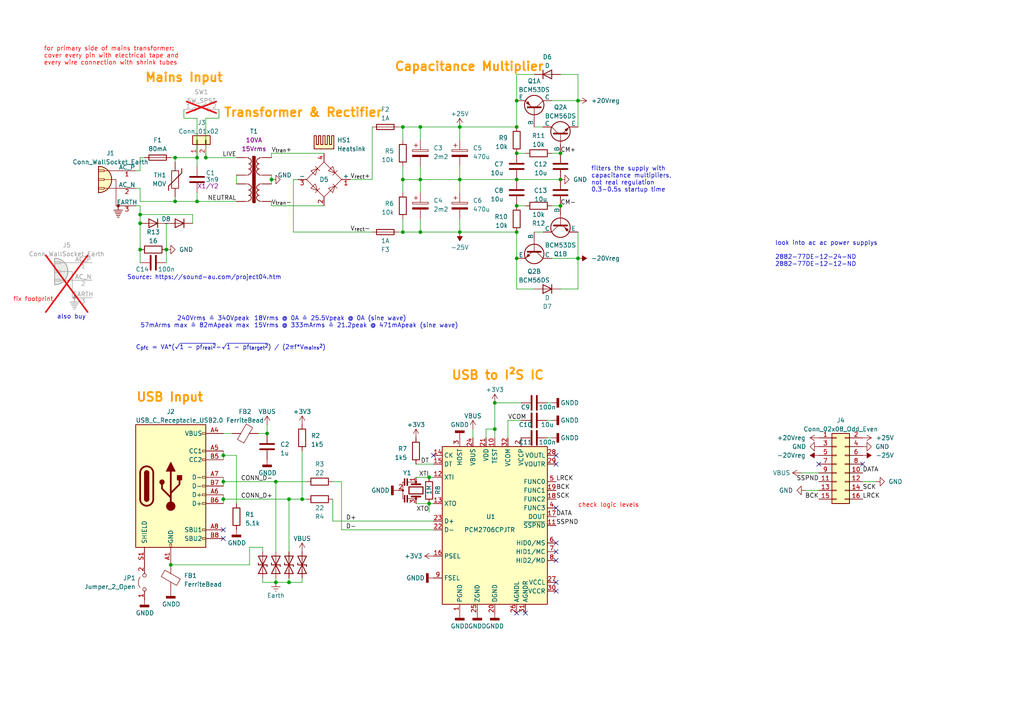
<source format=kicad_sch>
(kicad_sch (version 20230121) (generator eeschema)
  (paper "A4")
  (title_block (title "Power Supply for USB DAC") (date "2023-03-25") (rev "1"))
  (lib_symbols
    (symbol "Connector:Conn_WallSocket_Earth" (pin_names (offset 0))
      (property "Reference" "J" (at 3.81 6.985 0))
      (property "Value" "Conn_WallSocket_Earth" (at 7.62 2.54 90))
      (symbol "Conn_WallSocket_Earth_1_1"
        (pin power_in line (at -5.08 5.08 0) (length 5.08) (name "AC_P") (number "1"))
        (pin power_in line (at -5.08 0 0) (length 5.08) (name "AC_N") (number "2"))
        (pin passive line (at -5.08 -5.08 0) (length 5.08) (name "EARTH") (number "3"))
      )
    )
    (symbol "Connector:USB_C_Receptacle_USB2.0" (pin_names (offset 1.016))
      (property "Reference" "J" (at -10.16 19.05 0))
      (property "Value" "USB_C_Receptacle_USB2.0" (at 19.05 19.05 0))
      (symbol "USB_C_Receptacle_USB2.0_1_1"
        (pin passive line (at 0 -22.86 90) (length 5.08) (name "GND") (number "A1"))
        (pin passive line (at 0 -22.86 90) (length 5.08) hide (name "GND") (number "A12"))
        (pin passive line (at 15.24 15.24 180) (length 5.08) (name "VBUS") (number "A4"))
        (pin bidirectional line (at 15.24 10.16 180) (length 5.08) (name "CC1") (number "A5"))
        (pin bidirectional line (at 15.24 -2.54 180) (length 5.08) (name "D+") (number "A6"))
        (pin bidirectional line (at 15.24 2.54 180) (length 5.08) (name "D-") (number "A7"))
        (pin bidirectional line (at 15.24 -12.7 180) (length 5.08) (name "SBU1") (number "A8"))
        (pin passive line (at 15.24 15.24 180) (length 5.08) hide (name "VBUS") (number "A9"))
        (pin passive line (at 0 -22.86 90) (length 5.08) hide (name "GND") (number "B1"))
        (pin passive line (at 0 -22.86 90) (length 5.08) hide (name "GND") (number "B12"))
        (pin passive line (at 15.24 15.24 180) (length 5.08) hide (name "VBUS") (number "B4"))
        (pin bidirectional line (at 15.24 7.62 180) (length 5.08) (name "CC2") (number "B5"))
        (pin bidirectional line (at 15.24 -5.08 180) (length 5.08) (name "D+") (number "B6"))
        (pin bidirectional line (at 15.24 0 180) (length 5.08) (name "D-") (number "B7"))
        (pin bidirectional line (at 15.24 -15.24 180) (length 5.08) (name "SBU2") (number "B8"))
        (pin passive line (at 15.24 15.24 180) (length 5.08) hide (name "VBUS") (number "B9"))
        (pin passive line (at -7.62 -22.86 90) (length 5.08) (name "SHIELD") (number "S1"))
      )
    )
    (symbol "Connector_Generic:Conn_01x02" (pin_names (offset 1.016) hide)
      (property "Reference" "J" (at 0 2.54 0))
      (property "Value" "Conn_01x02" (at 0 -5.08 0))
      (symbol "Conn_01x02_1_1"
        (pin passive line (at -5.08 0 0) (length 3.81) (name "Pin_1") (number "1"))
        (pin passive line (at -5.08 -2.54 0) (length 3.81) (name "Pin_2") (number "2"))
      )
    )
    (symbol "Connector_Generic:Conn_02x08_Odd_Even" (pin_names (offset 1.016) hide)
      (property "Reference" "J" (at 1.27 10.16 0))
      (property "Value" "Conn_02x08_Odd_Even" (at 1.27 -12.7 0))
      (symbol "Conn_02x08_Odd_Even_1_1"
        (pin passive line (at -5.08 7.62 0) (length 3.81) (name "Pin_1") (number "1"))
        (pin passive line (at 7.62 -2.54 180) (length 3.81) (name "Pin_10") (number "10"))
        (pin passive line (at -5.08 -5.08 0) (length 3.81) (name "Pin_11") (number "11"))
        (pin passive line (at 7.62 -5.08 180) (length 3.81) (name "Pin_12") (number "12"))
        (pin passive line (at -5.08 -7.62 0) (length 3.81) (name "Pin_13") (number "13"))
        (pin passive line (at 7.62 -7.62 180) (length 3.81) (name "Pin_14") (number "14"))
        (pin passive line (at -5.08 -10.16 0) (length 3.81) (name "Pin_15") (number "15"))
        (pin passive line (at 7.62 -10.16 180) (length 3.81) (name "Pin_16") (number "16"))
        (pin passive line (at 7.62 7.62 180) (length 3.81) (name "Pin_2") (number "2"))
        (pin passive line (at -5.08 5.08 0) (length 3.81) (name "Pin_3") (number "3"))
        (pin passive line (at 7.62 5.08 180) (length 3.81) (name "Pin_4") (number "4"))
        (pin passive line (at -5.08 2.54 0) (length 3.81) (name "Pin_5") (number "5"))
        (pin passive line (at 7.62 2.54 180) (length 3.81) (name "Pin_6") (number "6"))
        (pin passive line (at -5.08 0 0) (length 3.81) (name "Pin_7") (number "7"))
        (pin passive line (at 7.62 0 180) (length 3.81) (name "Pin_8") (number "8"))
        (pin passive line (at -5.08 -2.54 0) (length 3.81) (name "Pin_9") (number "9"))
      )
    )
    (symbol "Device:C" (pin_numbers hide) (pin_names (offset 0.254))
      (property "Reference" "C" (at 0.635 2.54 0))
      (property "Value" "C" (at 0.635 -2.54 0))
      (symbol "C_1_1"
        (pin passive line (at 0 3.81 270) (length 2.794) (name "~") (number "1"))
        (pin passive line (at 0 -3.81 90) (length 2.794) (name "~") (number "2"))
      )
    )
    (symbol "Device:C_Polarized" (pin_numbers hide) (pin_names (offset 0.254))
      (property "Reference" "C" (at 0.635 2.54 0))
      (property "Value" "C_Polarized" (at 0.635 -2.54 0))
      (symbol "C_Polarized_1_1"
        (pin passive line (at 0 3.81 270) (length 2.794) (name "~") (number "1"))
        (pin passive line (at 0 -3.81 90) (length 2.794) (name "~") (number "2"))
      )
    )
    (symbol "Device:D" (pin_numbers hide) (pin_names (offset 1.016) hide)
      (property "Reference" "D" (at 0 2.54 0))
      (property "Value" "D" (at 0 -2.54 0))
      (symbol "D_1_1"
        (pin passive line (at -3.81 0 0) (length 2.54) (name "K") (number "1"))
        (pin passive line (at 3.81 0 180) (length 2.54) (name "A") (number "2"))
      )
    )
    (symbol "Device:D_TVS" (pin_numbers hide) (pin_names (offset 1.016) hide)
      (property "Reference" "D" (at 0 2.54 0))
      (property "Value" "D_TVS" (at 0 -2.54 0))
      (symbol "D_TVS_1_1"
        (pin passive line (at -3.81 0 0) (length 2.54) (name "A1") (number "1"))
        (pin passive line (at 3.81 0 180) (length 2.54) (name "A2") (number "2"))
      )
    )
    (symbol "Device:FerriteBead" (pin_numbers hide) (pin_names (offset 0))
      (property "Reference" "FB" (at -3.81 0.635 90))
      (property "Value" "FerriteBead" (at 3.81 0 90))
      (symbol "FerriteBead_1_1"
        (pin passive line (at 0 3.81 270) (length 2.54) (name "~") (number "1"))
        (pin passive line (at 0 -3.81 90) (length 2.54) (name "~") (number "2"))
      )
    )
    (symbol "Device:Fuse" (pin_numbers hide) (pin_names (offset 0))
      (property "Reference" "F" (at 2.032 0 90))
      (property "Value" "Fuse" (at -1.905 0 90))
      (symbol "Fuse_1_1"
        (pin passive line (at 0 3.81 270) (length 1.27) (name "~") (number "1"))
        (pin passive line (at 0 -3.81 90) (length 1.27) (name "~") (number "2"))
      )
    )
    (symbol "Device:R" (pin_numbers hide) (pin_names (offset 0))
      (property "Reference" "R" (at 2.032 0 90))
      (property "Value" "R" (at 0 0 90))
      (symbol "R_1_1"
        (pin passive line (at 0 3.81 270) (length 1.27) (name "~") (number "1"))
        (pin passive line (at 0 -3.81 90) (length 1.27) (name "~") (number "2"))
      )
    )
    (symbol "Device:Resonator" (pin_names (offset 1.016) hide)
      (property "Reference" "Y" (at 0 5.715 0))
      (property "Value" "Resonator" (at 0 3.81 0))
      (symbol "Resonator_1_1"
        (pin passive line (at -3.81 0 0) (length 1.27) (name "1") (number "1"))
        (pin passive line (at 0 -5.08 90) (length 1.27) (name "2") (number "2"))
        (pin passive line (at 3.81 0 180) (length 1.27) (name "3") (number "3"))
      )
    )
    (symbol "Device:Thermistor" (pin_numbers hide) (pin_names (offset 0))
      (property "Reference" "TH" (at 2.54 1.27 90))
      (property "Value" "Thermistor" (at -2.54 0 90))
      (symbol "Thermistor_1_1"
        (pin passive line (at 0 5.08 270) (length 2.54) (name "~") (number "1"))
        (pin passive line (at 0 -5.08 90) (length 2.54) (name "~") (number "2"))
      )
    )
    (symbol "Diode_Bridge:KBPC1501T" (pin_names (offset 0))
      (property "Reference" "D" (at 7.62 7.62 0))
      (property "Value" "KBPC1501T" (at 7.62 5.08 0))
      (symbol "KBPC1501T_1_1"
        (pin passive line (at 7.62 0 180) (length 2.54) (name "+") (number "1"))
        (pin passive line (at 0 -7.62 90) (length 2.54) (name "~") (number "2"))
        (pin passive line (at -7.62 0 0) (length 2.54) (name "-") (number "3"))
        (pin passive line (at 0 7.62 270) (length 2.54) (name "~") (number "4"))
      )
    )
    (symbol "Jumper:Jumper_2_Open" (pin_names (offset 0) hide)
      (property "Reference" "JP" (at 0 2.794 0))
      (property "Value" "Jumper_2_Open" (at 0 -2.286 0))
      (symbol "Jumper_2_Open_1_1"
        (pin passive line (at -5.08 0 0) (length 2.54) (name "A") (number "1"))
        (pin passive line (at 5.08 0 180) (length 2.54) (name "B") (number "2"))
      )
    )
    (symbol "Mechanical:Heatsink" (pin_names (offset 1.016))
      (property "Reference" "HS" (at 0 5.08 0))
      (property "Value" "Heatsink" (at 0 -1.27 0))
    )
    (symbol "Switch:SW_SPST" (pin_names (offset 0) hide)
      (property "Reference" "SW" (at 0 3.175 0))
      (property "Value" "SW_SPST" (at 0 -2.54 0))
      (symbol "SW_SPST_1_1"
        (pin passive line (at -5.08 0 0) (length 2.54) (name "A") (number "1"))
        (pin passive line (at 5.08 0 180) (length 2.54) (name "B") (number "2"))
      )
    )
    (symbol "Transformer:TRANSF6" (pin_numbers hide) (pin_names (offset 0))
      (property "Reference" "TR" (at 0 10.16 0))
      (property "Value" "TRANSF6" (at 0 -7.62 0))
      (symbol "TRANSF6_1_1"
        (pin passive line (at -5.08 7.62 0) (length 2.54) (name "~") (number "1"))
        (pin passive line (at -5.08 2.54 0) (length 2.54) (name "~") (number "2"))
        (pin passive line (at -5.08 0 0) (length 2.54) (name "~") (number "3"))
        (pin passive line (at -5.08 -5.08 0) (length 2.54) (name "~") (number "4"))
        (pin passive line (at 5.08 -5.08 180) (length 2.54) (name "~") (number "5"))
        (pin passive line (at 5.08 0 180) (length 2.54) (name "~") (number "6"))
        (pin passive line (at 5.08 2.54 180) (length 2.54) (name "~") (number "7"))
        (pin passive line (at 5.08 7.62 180) (length 2.54) (name "~") (number "8"))
      )
    )
    (symbol "library:+20Vreg" (power) (pin_names (offset 0))
      (property "Value" "+20Vreg" (at 0 3.81 0))
      (symbol "+20Vreg_1_1"
        (pin power_in line (at 0 0 90) (length 0) hide (name "+20Vreg") (number "1"))
      )
    )
    (symbol "library:+25V" (power) (pin_names (offset 0))
      (property "Value" "+25V" (at 0 3.81 0))
      (symbol "+25V_1_1"
        (pin power_in line (at 0 0 90) (length 0) hide (name "+25V") (number "1"))
      )
    )
    (symbol "library:-20Vreg" (power) (pin_names (offset 0))
      (property "Value" "-20Vreg" (at 0 3.81 0))
      (symbol "-20Vreg_0_0"
        (pin power_in line (at 0 0 90) (length 0) hide (name "-20Vreg") (number "1"))
      )
    )
    (symbol "library:-25V" (power) (pin_names (offset 0))
      (property "Value" "-25V" (at 0 3.81 0))
      (symbol "-25V_0_0"
        (pin power_in line (at 0 0 90) (length 0) hide (name "-25V") (number "1"))
      )
    )
    (symbol "library:Dual-NPN" (pin_numbers hide) (pin_names (offset 0))
      (property "Reference" "Q" (at -2.54 6.985 0))
      (property "Value" "NPN" (at -2.54 4.445 0))
      (symbol "Dual-NPN_1_1"
        (pin input line (at -5.08 0 0) (length 2.54) (name "B") (number "1"))
        (pin open_emitter line (at 2.54 -5.08 90) (length 2.54) (name "E") (number "5"))
        (pin open_collector line (at 2.54 5.08 270) (length 2.54) (name "C") (number "6"))
      )
      (symbol "Dual-NPN_2_1"
        (pin input line (at -5.08 0 0) (length 2.54) (name "B") (number "2"))
        (pin open_collector line (at 2.54 5.08 270) (length 2.54) (name "C") (number "3"))
        (pin open_emitter line (at 2.54 -5.08 90) (length 2.54) (name "E") (number "4"))
      )
    )
    (symbol "library:Dual-PNP" (pin_numbers hide) (pin_names (offset 0))
      (property "Reference" "Q" (at -2.54 7.62 0))
      (property "Value" "PNP" (at -2.54 5.08 0))
      (symbol "Dual-PNP_1_1"
        (pin input line (at -5.08 0 0) (length 2.54) (name "B") (number "1"))
        (pin open_emitter line (at 2.54 -5.08 90) (length 2.54) (name "E") (number "5"))
        (pin open_collector line (at 2.54 5.08 270) (length 2.54) (name "C") (number "6"))
      )
      (symbol "Dual-PNP_2_1"
        (pin input line (at -5.08 0 0) (length 2.54) (name "B") (number "2"))
        (pin open_collector line (at 2.54 5.08 270) (length 2.54) (name "C") (number "3"))
        (pin open_emitter line (at 2.54 -5.08 90) (length 2.54) (name "E") (number "4"))
      )
    )
    (symbol "library:Dual_Diode_Array" (pin_numbers hide) (pin_names (offset 0) hide)
      (property "Reference" "D" (at 0 0 0))
      (symbol "Dual_Diode_Array_1_1"
        (pin passive line (at 7.62 0 180) (length 2.54) (name "A") (number "1"))
        (pin passive line (at -7.62 0 0) (length 2.54) (name "C") (number "2"))
        (pin passive line (at 0 0 180) (length 2.54) (name "C/A") (number "3"))
      )
    )
    (symbol "library:PCM2707CPJTR"
      (property "Reference" "U" (at 15.24 26.67 0))
      (property "Value" "PCM2707CPJTR" (at 15.24 24.13 0))
      (symbol "PCM2707CPJTR_1_1"
        (pin power_in line (at -10.16 -25.4 90) (length 2.54) (name "PGND") (number "1"))
        (pin input line (at 0 25.4 270) (length 2.54) (name "TEST") (number "10"))
        (pin open_collector line (at 17.78 0 180) (length 2.54) (name "~{SSPND}") (number "11"))
        (pin input line (at -17.78 13.97 0) (length 2.54) (name "XTI") (number "12"))
        (pin output line (at -17.78 6.35 0) (length 2.54) (name "XTO") (number "13"))
        (pin output line (at -17.78 20.32 0) (length 2.54) (name "CK") (number "14"))
        (pin bidirectional line (at -17.78 17.78 0) (length 2.54) (name "DT") (number "15"))
        (pin input line (at -17.78 -8.89 0) (length 2.54) (name "PSEL") (number "16"))
        (pin output line (at 17.78 2.54 180) (length 2.54) (name "DOUT") (number "17"))
        (pin bidirectional line (at 17.78 7.62 180) (length 2.54) (name "FUNC2") (number "18"))
        (pin bidirectional line (at 17.78 10.16 180) (length 2.54) (name "FUNC1") (number "19"))
        (pin passive line (at 7.62 25.4 270) (length 2.54) (name "VCCP") (number "2"))
        (pin power_in line (at 0 -25.4 90) (length 2.54) (name "DGND") (number "20"))
        (pin power_in line (at -2.54 25.4 270) (length 2.54) (name "VDD") (number "21"))
        (pin bidirectional line (at -17.78 -1.27 0) (length 2.54) (name "D-") (number "22"))
        (pin bidirectional line (at -17.78 1.27 0) (length 2.54) (name "D+") (number "23"))
        (pin power_in line (at -6.35 25.4 270) (length 2.54) (name "VBUS") (number "24"))
        (pin power_in line (at -5.08 -25.4 90) (length 2.54) (name "ZGND") (number "25"))
        (pin power_in line (at 6.35 -25.4 90) (length 2.54) (name "AGNDL") (number "26"))
        (pin passive line (at 17.78 -16.51 180) (length 2.54) (name "VCCL") (number "27"))
        (pin output line (at 17.78 20.32 180) (length 2.54) (name "VOUTL") (number "28"))
        (pin output line (at 17.78 17.78 180) (length 2.54) (name "VOUTR") (number "29"))
        (pin input line (at -10.16 25.4 270) (length 2.54) (name "HOST") (number "3"))
        (pin passive line (at 17.78 -19.05 180) (length 2.54) (name "VCCR") (number "30"))
        (pin power_in line (at 8.89 -25.4 90) (length 2.54) (name "AGNDR") (number "31"))
        (pin passive line (at 3.81 25.4 270) (length 2.54) (name "VCOM") (number "32"))
        (pin input line (at 17.78 5.08 180) (length 2.54) (name "FUNC3") (number "4"))
        (pin bidirectional line (at 17.78 12.7 180) (length 2.54) (name "FUNC0") (number "5"))
        (pin input line (at 17.78 -5.08 180) (length 2.54) (name "HID0/MS") (number "6"))
        (pin input line (at 17.78 -7.62 180) (length 2.54) (name "HID1/MC") (number "7"))
        (pin input line (at 17.78 -10.16 180) (length 2.54) (name "HID2/MD") (number "8"))
        (pin input line (at -17.78 -15.24 0) (length 2.54) (name "FSEL") (number "9"))
      )
    )
    (symbol "power:+3V3" (power) (pin_names (offset 0))
      (property "Value" "+3V3" (at 0 3.556 0))
      (symbol "+3V3_1_1"
        (pin power_in line (at 0 0 90) (length 0) hide (name "+3V3") (number "1"))
      )
    )
    (symbol "power:Earth" (power) (pin_names (offset 0))
      (symbol "Earth_1_1"
        (pin power_in line (at 0 0 270) (length 0) hide (name "Earth") (number "1"))
      )
    )
    (symbol "power:GND" (power) (pin_names (offset 0))
      (property "Value" "GND" (at 0 -3.81 0))
      (symbol "GND_1_1"
        (pin power_in line (at 0 0 270) (length 0) hide (name "GND") (number "1"))
      )
    )
    (symbol "power:GNDD" (power) (pin_names (offset 0))
      (property "Value" "GNDD" (at 0 -3.175 0))
      (symbol "GNDD_1_1"
        (pin power_in line (at 0 0 270) (length 0) hide (name "GNDD") (number "1"))
      )
    )
    (symbol "power:VBUS" (power) (pin_names (offset 0))
      (property "Value" "VBUS" (at 0 3.81 0))
      (symbol "VBUS_1_1"
        (pin power_in line (at 0 0 90) (length 0) hide (name "VBUS") (number "1"))
      )
    )
  )
  (junction (at 121.92 67.31))
  (junction (at 57.15 58.42))
  (junction (at 116.84 36.83))
  (junction (at 57.15 45.72))
  (junction (at 162.56 52.07))
  (junction (at 167.64 74.93))
  (junction (at 143.51 116.84))
  (junction (at 80.01 139.7))
  (junction (at 83.82 144.78))
  (junction (at 133.35 67.31))
  (junction (at 143.51 124.46))
  (junction (at 50.8 45.72))
  (junction (at 121.92 52.07))
  (junction (at 83.82 168.91))
  (junction (at 50.8 58.42))
  (junction (at 64.77 132.08))
  (junction (at 124.46 146.05))
  (junction (at 133.35 36.83))
  (junction (at 64.77 144.78))
  (junction (at 149.86 67.31))
  (junction (at 78.74 52.07))
  (junction (at 40.64 72.39))
  (junction (at 77.47 125.73))
  (junction (at 116.84 52.07))
  (junction (at 40.64 62.23))
  (junction (at 64.77 139.7))
  (junction (at 48.26 72.39))
  (junction (at 162.56 59.69))
  (junction (at 149.86 59.69))
  (junction (at 80.01 168.91))
  (junction (at 149.86 36.83))
  (junction (at 149.86 74.93))
  (junction (at 121.92 36.83))
  (junction (at 124.46 138.43))
  (junction (at 149.86 29.21))
  (junction (at 59.69 45.72))
  (junction (at 40.64 64.77))
  (junction (at 149.86 52.07))
  (junction (at 167.64 29.21))
  (junction (at 116.84 67.31))
  (junction (at 49.53 163.83))
  (junction (at 87.63 144.78))
  (junction (at 162.56 44.45))
  (junction (at 133.35 52.07))
  (junction (at 149.86 44.45))
  (no_connect (at 161.29 160.02))
  (no_connect (at 237.49 134.62))
  (no_connect (at 125.73 132.08))
  (no_connect (at 64.77 156.21))
  (no_connect (at 161.29 134.62))
  (no_connect (at 250.19 134.62))
  (no_connect (at 149.86 177.8))
  (no_connect (at 64.77 153.67))
  (no_connect (at 161.29 132.08))
  (no_connect (at 161.29 157.48))
  (no_connect (at 161.29 171.45))
  (no_connect (at 161.29 168.91))
  (no_connect (at 161.29 147.32))
  (no_connect (at 152.4 177.8))
  (no_connect (at 161.29 162.56))
  (wire (pts (xy 121.92 36.83) (xy 121.92 40.64)))
  (wire (pts (xy 124.46 146.05) (xy 124.46 148.59)))
  (wire (pts (xy 167.64 74.93) (xy 167.64 67.31)))
  (wire (pts (xy 250.19 139.7) (xy 254 139.7)))
  (wire (pts (xy 50.8 45.72) (xy 50.8 46.99)))
  (wire (pts (xy 83.82 144.78) (xy 83.82 160.02)))
  (wire (pts (xy 59.69 34.29) (xy 63.5 34.29)))
  (wire (pts (xy 85.09 67.31) (xy 107.95 67.31)))
  (wire (pts (xy 133.35 52.07) (xy 149.86 52.07)))
  (wire (pts (xy 68.58 146.05) (xy 68.58 132.08)))
  (wire (pts (xy 40.64 64.77) (xy 40.64 72.39)))
  (wire (pts (xy 149.86 29.21) (xy 149.86 36.83)))
  (wire (pts (xy 158.75 116.84) (xy 160.02 116.84)))
  (wire (pts (xy 78.74 52.07) (xy 78.74 53.34)))
  (wire (pts (xy 55.88 64.77) (xy 55.88 62.23)))
  (wire (pts (xy 154.94 83.82) (xy 149.86 83.82)))
  (wire (pts (xy 140.97 127) (xy 140.97 124.46)))
  (wire (pts (xy 121.92 63.5) (xy 121.92 67.31)))
  (wire (pts (xy 57.15 58.42) (xy 68.58 58.42)))
  (wire (pts (xy 64.77 143.51) (xy 64.77 144.78)))
  (wire (pts (xy 116.84 36.83) (xy 121.92 36.83)))
  (wire (pts (xy 49.53 163.83) (xy 72.39 163.83)))
  (wire (pts (xy 76.2 167.64) (xy 76.2 168.91)))
  (wire (pts (xy 77.47 123.19) (xy 77.47 125.73)))
  (wire (pts (xy 74.93 125.73) (xy 77.47 125.73)))
  (wire (pts (xy 124.46 146.05) (xy 125.73 146.05)))
  (wire (pts (xy 83.82 167.64) (xy 83.82 168.91)))
  (wire (pts (xy 55.88 62.23) (xy 40.64 62.23)))
  (wire (pts (xy 48.26 64.77) (xy 48.26 72.39)))
  (wire (pts (xy 39.37 49.53) (xy 40.64 49.53)))
  (wire (pts (xy 80.01 167.64) (xy 80.01 168.91)))
  (wire (pts (xy 39.37 59.69) (xy 40.64 59.69)))
  (wire (pts (xy 154.94 67.31) (xy 157.48 67.31)))
  (wire (pts (xy 116.84 52.07) (xy 121.92 52.07)))
  (wire (pts (xy 149.86 29.21) (xy 149.86 21.59)))
  (wire (pts (xy 40.64 72.39) (xy 40.64 76.2)))
  (wire (pts (xy 68.58 132.08) (xy 64.77 132.08)))
  (wire (pts (xy 64.77 139.7) (xy 64.77 140.97)))
  (wire (pts (xy 57.15 34.29) (xy 53.34 34.29)))
  (wire (pts (xy 96.52 144.78) (xy 96.52 151.13)))
  (wire (pts (xy 147.32 121.92) (xy 151.13 121.92)))
  (wire (pts (xy 133.35 36.83) (xy 149.86 36.83)))
  (wire (pts (xy 167.64 21.59) (xy 167.64 29.21)))
  (wire (pts (xy 59.69 45.72) (xy 68.58 45.72)))
  (wire (pts (xy 80.01 168.91) (xy 83.82 168.91)))
  (wire (pts (xy 78.74 44.45) (xy 78.74 45.72)))
  (wire (pts (xy 78.74 59.69) (xy 93.98 59.69)))
  (wire (pts (xy 133.35 36.83) (xy 121.92 36.83)))
  (wire (pts (xy 85.09 52.07) (xy 85.09 67.31)))
  (wire (pts (xy 167.64 29.21) (xy 160.02 29.21)))
  (wire (pts (xy 149.86 52.07) (xy 162.56 52.07)))
  (wire (pts (xy 160.02 59.69) (xy 162.56 59.69)))
  (wire (pts (xy 64.77 138.43) (xy 64.77 139.7)))
  (wire (pts (xy 140.97 124.46) (xy 143.51 124.46)))
  (wire (pts (xy 120.65 134.62) (xy 125.73 134.62)))
  (wire (pts (xy 116.84 63.5) (xy 116.84 67.31)))
  (wire (pts (xy 121.92 48.26) (xy 121.92 52.07)))
  (wire (pts (xy 158.75 127) (xy 160.02 127)))
  (wire (pts (xy 40.64 54.61) (xy 40.64 58.42)))
  (wire (pts (xy 64.77 144.78) (xy 83.82 144.78)))
  (wire (pts (xy 87.63 130.81) (xy 87.63 144.78)))
  (wire (pts (xy 40.64 45.72) (xy 40.64 49.53)))
  (wire (pts (xy 39.37 54.61) (xy 40.64 54.61)))
  (wire (pts (xy 72.39 158.75) (xy 76.2 158.75)))
  (wire (pts (xy 133.35 52.07) (xy 133.35 55.88)))
  (wire (pts (xy 121.92 67.31) (xy 133.35 67.31)))
  (wire (pts (xy 149.86 44.45) (xy 152.4 44.45)))
  (wire (pts (xy 78.74 50.8) (xy 78.74 52.07)))
  (wire (pts (xy 57.15 55.88) (xy 57.15 58.42)))
  (wire (pts (xy 49.53 45.72) (xy 50.8 45.72)))
  (wire (pts (xy 80.01 139.7) (xy 88.9 139.7)))
  (wire (pts (xy 137.16 124.46) (xy 137.16 127)))
  (wire (pts (xy 147.32 127) (xy 147.32 121.92)))
  (wire (pts (xy 115.57 36.83) (xy 116.84 36.83)))
  (wire (pts (xy 115.57 67.31) (xy 116.84 67.31)))
  (wire (pts (xy 40.64 59.69) (xy 40.64 62.23)))
  (wire (pts (xy 64.77 130.81) (xy 64.77 132.08)))
  (wire (pts (xy 233.68 142.24) (xy 237.49 142.24)))
  (wire (pts (xy 232.41 137.16) (xy 237.49 137.16)))
  (wire (pts (xy 158.75 121.92) (xy 160.02 121.92)))
  (wire (pts (xy 53.34 34.29) (xy 53.34 31.75)))
  (wire (pts (xy 133.35 67.31) (xy 149.86 67.31)))
  (wire (pts (xy 107.95 36.83) (xy 107.95 52.07)))
  (wire (pts (xy 85.09 52.07) (xy 86.36 52.07)))
  (wire (pts (xy 124.46 138.43) (xy 125.73 138.43)))
  (wire (pts (xy 64.77 144.78) (xy 64.77 146.05)))
  (wire (pts (xy 143.51 124.46) (xy 143.51 127)))
  (wire (pts (xy 116.84 36.83) (xy 116.84 40.64)))
  (wire (pts (xy 68.58 50.8) (xy 68.58 53.34)))
  (wire (pts (xy 50.8 58.42) (xy 50.8 57.15)))
  (wire (pts (xy 64.77 125.73) (xy 67.31 125.73)))
  (wire (pts (xy 50.8 45.72) (xy 57.15 45.72)))
  (wire (pts (xy 57.15 45.72) (xy 57.15 48.26)))
  (wire (pts (xy 162.56 21.59) (xy 167.64 21.59)))
  (wire (pts (xy 121.92 52.07) (xy 121.92 55.88)))
  (wire (pts (xy 63.5 34.29) (xy 63.5 31.75)))
  (wire (pts (xy 162.56 83.82) (xy 167.64 83.82)))
  (wire (pts (xy 154.94 36.83) (xy 157.48 36.83)))
  (wire (pts (xy 120.65 138.43) (xy 124.46 138.43)))
  (wire (pts (xy 48.26 72.39) (xy 48.26 76.2)))
  (wire (pts (xy 151.13 116.84) (xy 143.51 116.84)))
  (wire (pts (xy 116.84 48.26) (xy 116.84 52.07)))
  (wire (pts (xy 57.15 45.72) (xy 57.15 34.29)))
  (wire (pts (xy 116.84 67.31) (xy 121.92 67.31)))
  (wire (pts (xy 167.64 36.83) (xy 167.64 29.21)))
  (wire (pts (xy 160.02 44.45) (xy 162.56 44.45)))
  (wire (pts (xy 72.39 163.83) (xy 72.39 158.75)))
  (wire (pts (xy 133.35 63.5) (xy 133.35 67.31)))
  (wire (pts (xy 143.51 116.84) (xy 143.51 124.46)))
  (wire (pts (xy 87.63 144.78) (xy 88.9 144.78)))
  (wire (pts (xy 59.69 45.72) (xy 59.69 34.29)))
  (wire (pts (xy 167.64 83.82) (xy 167.64 74.93)))
  (wire (pts (xy 96.52 139.7) (xy 99.06 139.7)))
  (wire (pts (xy 133.35 48.26) (xy 133.35 52.07)))
  (wire (pts (xy 76.2 168.91) (xy 80.01 168.91)))
  (wire (pts (xy 96.52 151.13) (xy 125.73 151.13)))
  (wire (pts (xy 64.77 132.08) (xy 64.77 133.35)))
  (wire (pts (xy 80.01 139.7) (xy 80.01 160.02)))
  (wire (pts (xy 64.77 139.7) (xy 80.01 139.7)))
  (wire (pts (xy 101.6 52.07) (xy 107.95 52.07)))
  (wire (pts (xy 149.86 83.82) (xy 149.86 74.93)))
  (wire (pts (xy 149.86 67.31) (xy 149.86 74.93)))
  (wire (pts (xy 99.06 153.67) (xy 125.73 153.67)))
  (wire (pts (xy 116.84 52.07) (xy 116.84 55.88)))
  (wire (pts (xy 120.65 146.05) (xy 124.46 146.05)))
  (wire (pts (xy 78.74 58.42) (xy 78.74 59.69)))
  (wire (pts (xy 40.64 62.23) (xy 40.64 64.77)))
  (wire (pts (xy 40.64 45.72) (xy 41.91 45.72)))
  (wire (pts (xy 99.06 139.7) (xy 99.06 153.67)))
  (wire (pts (xy 160.02 74.93) (xy 167.64 74.93)))
  (wire (pts (xy 83.82 144.78) (xy 87.63 144.78)))
  (wire (pts (xy 133.35 36.83) (xy 133.35 40.64)))
  (wire (pts (xy 149.86 21.59) (xy 154.94 21.59)))
  (wire (pts (xy 87.63 168.91) (xy 83.82 168.91)))
  (wire (pts (xy 87.63 167.64) (xy 87.63 168.91)))
  (wire (pts (xy 50.8 58.42) (xy 57.15 58.42)))
  (wire (pts (xy 76.2 158.75) (xy 76.2 160.02)))
  (wire (pts (xy 78.74 44.45) (xy 93.98 44.45)))
  (wire (pts (xy 121.92 52.07) (xy 133.35 52.07)))
  (wire (pts (xy 40.64 58.42) (xy 50.8 58.42)))
  (wire (pts (xy 149.86 59.69) (xy 152.4 59.69)))
  (text "for primary side of mains transformer:\ncover every pin with electrical tape and\nevery wire connection with shrink tubes" (at 12.7 19.05 0) (effects (font (size 1.27 1.27)) (justify left bottom)))
  (text "18Vrms @ 0A ≙ 25.5Vpeak @ 0A (sine wave)\n15Vrms @ 333mArms ≙ 21.2peak @ 471mApeak (sine wave)" (at 73.66 95.25 0) (effects (font (size 1.27 1.27)) (justify left bottom)))
  (text "240Vrms ≙ 340Vpeak\n57mArms max ≙ 82mApeak max" (at 72.39 95.25 0) (effects (font (size 1.27 1.27)) (justify right bottom)))
  (text "fix footprint" (at 3.81 87.63 0) (effects (font (size 1.27 1.27)) (justify left bottom)))
  (text "USB Input" (at 39.37 116.84 0) (effects (font (size 2.54 2.54) (thickness 0.508) bold) (justify left bottom)))
  (text "USB to I²S IC" (at 130.81 110.49 0) (effects (font (size 2.54 2.54) (thickness 0.508) bold) (justify left bottom)))
  (text "Source: https://sound-au.com/project04.htm" (at 36.83 81.28 0) (effects (font (size 1.27 1.27)) (justify left bottom)))
  (text "also buy" (at 16.51 92.71 0) (effects (font (size 1.27 1.27)) (justify left bottom)))
  (text "look into ac ac power supplys\n\n2882-77DE-12-24-ND\n2882-77DE-12-12-ND" (at 224.79 77.47 0) (effects (font (size 1.27 1.27)) (justify left bottom)))
  (text "Mains Input" (at 41.91 24.13 0) (effects (font (size 2.54 2.54) (thickness 0.508) bold) (justify left bottom)))
  (text "check logic levels" (at 167.64 147.32 0) (effects (font (size 1.27 1.27)) (justify left bottom)))
  (text "C_{pfc} = VA*(√~{1 - pf_{real}^{2}}-√~{1 - pf_{target}^{2}}) / (2πf*V_{mains}^{2})" (at 39.37 101.6 0) (effects (font (size 1.27 1.27)) (justify left bottom)))
  (text "Capacitance Multiplier" (at 114.3 20.955 0) (effects (font (size 2.54 2.54) (thickness 0.508) bold) (justify left bottom)))
  (text "Transformer & Rectifier" (at 64.77 34.29 0) (effects (font (size 2.54 2.54) (thickness 0.508) bold) (justify left bottom)))
  (text "filters the supply with\ncapacitance multipliers,\nnot real regulation\n0.3-0.5s startup time" (at 171.45 55.88 0) (effects (font (size 1.27 1.27)) (justify left bottom)))
  (label "CONN_D-" (at 69.85 139.7 0))
  (label "CM+" (at 162.56 44.45 0))
  (label "SSPND" (at 237.49 139.7 180))
  (label "SCK" (at 161.29 144.78 0))
  (label "DATA" (at 250.19 137.16 0))
  (label "LRCK" (at 161.29 139.7 0))
  (label "BCK" (at 237.49 144.78 180))
  (label "D-" (at 100.33 153.67 0))
  (label "CM-" (at 162.56 59.69 0))
  (label "DT" (at 124.46 134.62 180))
  (label "LRCK" (at 250.19 144.78 0))
  (label "D+" (at 100.33 151.13 0))
  (label "BCK" (at 161.29 142.24 0))
  (label "XTI" (at 124.46 138.43 180))
  (label "V_{tran}+" (at 78.74 44.45 0))
  (label "V_{rect}+" (at 101.6 52.07 0))
  (label "V_{rect}-" (at 101.6 67.31 0))
  (label "VCOM" (at 147.32 121.92 0))
  (label "NEUTRAL" (at 68.58 58.42 180))
  (label "SCK" (at 250.19 142.24 0))
  (label "XTO" (at 124.46 148.59 180))
  (label "DATA" (at 161.29 149.86 0))
  (label "SSPND" (at 161.29 152.4 0))
  (label "V_{tran}-" (at 78.74 59.69 0))
  (label "CONN_D+" (at 69.85 144.78 0))
  (label "LIVE" (at 68.58 45.72 180))
  (symbol (lib_id "Device:C_Polarized") (at 133.35 59.69 0) (unit 1)
    (property "Reference" "C6" (at 137.16 58.166 0) (effects (justify left)))
    (property "Value" "470u" (at 137.16 60.706 0) (effects (justify left)))
    (property "Footprint" "Capacitor_THT:CP_Radial_D10.0mm_P5.00mm" (effects hide))
    (property "Datasheet" "https://download.datasheets.com/pdfs/2016/10/6/6/6/44/578/nch_/manual/93896153625063e-uvr.pdf" (effects hide))
    (property "Digikey" "493-5931-1-ND" (effects hide))
  )
  (symbol (lib_id "power:GNDD") (at 143.51 177.8 0) (mirror y) (unit 1)
    (property "Reference" "#PWR021" (effects hide))
    (property "Value" "GNDD" (at 143.51 181.61 0))
  )
  (symbol (lib_id "library:+25V") (at 250.19 127 270) (mirror x) (unit 1)
    (property "Reference" "#PWR033" (effects hide))
    (property "Value" "+25V" (at 254 127 90) (effects (justify left)))
  )
  (symbol (lib_id "Device:C") (at 162.56 48.26 0) (mirror y) (unit 1)
    (property "Reference" "C12" (at 158.75 47.625 0) (effects (justify left)))
    (property "Value" "10u" (at 158.75 50.165 0) (effects (justify left)))
    (property "Footprint" "Capacitor_SMD:C_1206_3216Metric_Pad1.33x1.80mm_HandSolder" (effects hide))
    (property "Datasheet" "https://media.digikey.com/pdf/Data%20Sheets/Samsung%20PDFs/CL31B106KAHNFNE_Spec.pdf" (effects hide))
    (property "Digikey" "1276-3100-1-ND" (effects hide))
  )
  (symbol (lib_id "Device:R") (at 156.21 44.45 90) (unit 1)
    (property "Reference" "R11" (at 156.21 39.37 90))
    (property "Value" "10k" (at 156.21 41.91 90))
    (property "Footprint" "Resistor_SMD:R_1206_3216Metric_Pad1.30x1.75mm_HandSolder" (effects hide))
  )
  (symbol (lib_id "Device:Resonator") (at 120.65 142.24 270) (unit 1)
    (property "Reference" "Y1" (at 116.84 137.16 90) (effects (justify left)))
    (property "Value" "12MHz±0.05%" (effects hide))
    (property "Footprint" "library:Resonator_Murata" (effects hide))
    (property "Datasheet" "https://www.murata.com/en/products/productdata/8801162133534/SPEC-CSTNE12M0GH5L000R0.pdf" (effects hide))
    (property "Digikey" "490-17947-1-ND" (effects hide))
  )
  (symbol (lib_id "Device:R") (at 120.65 130.81 0) (mirror x) (unit 1)
    (property "Reference" "R7" (at 118.11 130.175 0) (effects (justify right)))
    (property "Value" "1k5" (at 118.11 132.715 0) (effects (justify right)))
    (property "Footprint" "Resistor_SMD:R_1206_3216Metric_Pad1.30x1.75mm_HandSolder" (effects hide))
  )
  (symbol (lib_id "Device:D") (at 158.75 21.59 0) (unit 1)
    (property "Reference" "D6" (at 158.75 16.51 0))
    (property "Value" "D" (at 158.75 19.05 0))
    (property "Footprint" "Diode_SMD:D_SOD-323_HandSoldering" (effects hide))
  )
  (symbol (lib_id "power:+3V3") (at 143.51 116.84 0) (unit 1)
    (property "Reference" "#PWR020" (effects hide))
    (property "Value" "+3V3" (at 143.51 113.03 0))
  )
  (symbol (lib_id "Device:D_TVS") (at 80.01 163.83 90) (unit 1)
    (property "Reference" "D2" (effects hide))
    (property "Value" "D_TVS" (effects hide))
  )
  (symbol (lib_id "Connector:Conn_WallSocket_Earth") (at 34.29 54.61 0) (mirror y) (unit 1)
    (property "Reference" "J1" (at 32.0465 44.45 0))
    (property "Value" "Conn_WallSocket_Earth" (at 32.0465 46.99 0))
    (property "Footprint" "library:WallSocket_Schurter_6160.0003" (effects hide))
    (property "Datasheet" "https://www.mouser.de/datasheet/2/358/typ_2563-1275726.pdf" (effects hide))
    (property "Digikey" "486-4032-ND" (effects hide))
  )
  (symbol (lib_id "library:+20Vreg") (at 167.64 29.21 270) (mirror x) (unit 1)
    (property "Reference" "#PWR026" (effects hide))
    (property "Value" "+20Vreg" (at 171.45 29.21 90) (effects (justify left)))
  )
  (symbol (lib_id "Connector_Generic:Conn_01x02") (at 57.15 40.64 90) (unit 1)
    (property "Reference" "J3" (at 59.69 35.56 90) (effects (justify left)))
    (property "Value" "Conn_01x02" (at 63.5 38.1 90) (effects (justify left)))
    (property "Footprint" "library:WAGO_2086-11X2" (effects hide))
    (property "Datasheet" "https://media.digikey.com/pdf/Data%20Sheets/WAGO%20PDFs/2086-1102.pdf" (effects hide))
    (property "Digikey" "2946-2086-1102-ND" (effects hide))
    (property "Digikey-Alternative" "2946-2086-1122-ND" (effects hide))
  )
  (symbol (lib_id "Device:Fuse") (at 45.72 45.72 90) (unit 1)
    (property "Reference" "F1" (at 45.72 40.64 90))
    (property "Value" "80mA" (at 45.72 43.18 90))
    (property "Footprint" "Fuse:Fuse_Littelfuse_372_D8.50mm" (effects hide))
    (property "Datasheet" "https://www.schurter.com/en/datasheet/typ_MST_250.pdf" (effects hide))
    (property "Digikey" "486-1461-ND" (effects hide))
  )
  (symbol (lib_id "Connector_Generic:Conn_02x08_Odd_Even") (at 242.57 134.62 0) (unit 1)
    (property "Reference" "J4" (at 243.84 121.92 0))
    (property "Value" "Conn_02x08_Odd_Even" (at 243.84 124.46 0))
    (property "Footprint" "Connector_PinSocket_2.54mm:PinSocket_2x08_P2.54mm_Vertical" (effects hide))
  )
  (symbol (lib_id "Device:C") (at 44.45 76.2 270) (mirror x) (unit 1)
    (property "Reference" "C14" (at 41.275 78.105 90))
    (property "Value" "100n" (at 48.26 78.105 90))
    (property "Footprint" "Capacitor_SMD:C_1206_3216Metric_Pad1.33x1.80mm_HandSolder" (effects hide))
  )
  (symbol (lib_id "Device:D_TVS") (at 83.82 163.83 90) (unit 1)
    (property "Reference" "D3" (effects hide))
    (property "Value" "D_TVS" (effects hide))
  )
  (symbol (lib_id "Device:C") (at 154.94 116.84 270) (mirror x) (unit 1)
    (property "Reference" "C9" (at 152.4 118.11 90))
    (property "Value" "100n" (at 158.75 118.11 90))
    (property "Footprint" "Capacitor_SMD:C_1206_3216Metric_Pad1.33x1.80mm_HandSolder" (effects hide))
  )
  (symbol (lib_id "Connector:USB_C_Receptacle_USB2.0") (at 49.53 140.97 0) (unit 1)
    (property "Reference" "J2" (at 49.53 119.38 0))
    (property "Value" "USB_C_Receptacle_USB2.0" (at 52.07 121.92 0))
    (property "Footprint" "Connector_USB:USB_C_Receptacle_GCT_USB4085" (effects hide))
    (property "Datasheet" "https://gct.co/files/drawings/usb4085.pdf" (effects hide))
    (property "Digikey" "2073-USB4085-GF-ACT-ND" (effects hide))
    (property "Digikey-Alternative" "SMD Variant: 2073-USB4105-GF-A-120CT-ND" (effects hide))
  )
  (symbol (lib_id "power:GND") (at 233.68 142.24 270) (unit 1)
    (property "Reference" "#PWR029" (effects hide))
    (property "Value" "GND" (at 227.965 142.24 90))
  )
  (symbol (lib_id "power:VBUS") (at 137.16 124.46 0) (unit 1)
    (property "Reference" "#PWR018" (effects hide))
    (property "Value" "VBUS" (at 137.16 120.65 0))
  )
  (symbol (lib_id "library:-20Vreg") (at 167.64 74.93 270) (mirror x) (unit 1)
    (property "Reference" "#PWR027" (effects hide))
    (property "Value" "-20Vreg" (at 171.45 74.93 90) (effects (justify left)))
  )
  (symbol (lib_id "Device:C") (at 149.86 55.88 0) (mirror y) (unit 1)
    (property "Reference" "C8" (at 146.05 55.245 0) (effects (justify left)))
    (property "Value" "10u" (at 146.05 57.785 0) (effects (justify left)))
    (property "Footprint" "Capacitor_SMD:C_1206_3216Metric_Pad1.33x1.80mm_HandSolder" (effects hide))
    (property "Datasheet" "https://media.digikey.com/pdf/Data%20Sheets/Samsung%20PDFs/CL31B106KAHNFNE_Spec.pdf" (effects hide))
    (property "Digikey" "1276-3100-1-ND" (effects hide))
  )
  (symbol (lib_id "power:GND") (at 48.26 72.39 90) (mirror x) (unit 1)
    (property "Reference" "#PWR037" (effects hide))
    (property "Value" "GND" (at 53.975 72.39 90))
  )
  (symbol (lib_id "power:VBUS") (at 87.63 160.02 0) (unit 1)
    (property "Reference" "#PWR09" (effects hide))
    (property "Value" "VBUS" (at 87.63 156.21 0))
  )
  (symbol (lib_id "power:GND") (at 250.19 129.54 90) (mirror x) (unit 1)
    (property "Reference" "#PWR034" (effects hide))
    (property "Value" "GND" (at 255.905 129.54 90))
  )
  (symbol (lib_id "Device:R") (at 44.45 72.39 90) (unit 1)
    (property "Reference" "R13" (at 44.45 67.31 90))
    (property "Value" "16" (at 44.45 69.85 90))
    (property "Footprint" "Resistor_SMD:R_1206_3216Metric_Pad1.30x1.75mm_HandSolder" (effects hide))
  )
  (symbol (lib_id "Device:R") (at 124.46 142.24 0) (mirror y) (unit 1)
    (property "Reference" "R8" (at 127 143.51 90) (effects (justify left)))
    (property "Value" "1M" (at 124.46 143.51 90) (effects (justify left)))
    (property "Footprint" "Resistor_SMD:R_1206_3216Metric_Pad1.30x1.75mm_HandSolder" (effects hide))
  )
  (symbol (lib_id "power:GND") (at 254 139.7 90) (mirror x) (unit 1)
    (property "Reference" "#PWR036" (effects hide))
    (property "Value" "GND" (at 259.715 139.7 90))
  )
  (symbol (lib_id "power:GNDD") (at 133.35 177.8 0) (mirror y) (unit 1)
    (property "Reference" "#PWR017" (effects hide))
    (property "Value" "GNDD" (at 133.35 181.61 0))
  )
  (symbol (lib_id "Diode_Bridge:KBPC1501T") (at 93.98 52.07 0) (unit 1)
    (property "Reference" "D5" (at 93.98 52.07 0))
    (property "Footprint" "Diode_SMD:Diode_Bridge_Vishay_MBLS" (effects hide))
    (property "Datasheet" "https://www.panjit.com.tw/upload/datasheet/TS360ILS.pdf" (effects hide))
    (property "Digikey" "3757-TS360ILS_R1_00001CT-ND" (effects hide))
  )
  (symbol (lib_id "Connector:Conn_WallSocket_Earth") (at 21.59 81.28 0) (mirror y) (unit 1) (on_board no) (dnp yes)
    (property "Reference" "J5" (at 19.3465 71.12 0))
    (property "Value" "Conn_WallSocket_Earth" (at 19.3465 73.66 0))
    (property "Footprint" "library:WallSocket_Adam-Tech" (effects hide))
    (property "Datasheet" "https://app.adam-tech.com/products/download/data_sheet/203647/iec-a-4-data-sheet.pdf" (effects hide))
    (property "Digikey" "2057-IEC-A-4-ND" (effects hide))
  )
  (symbol (lib_id "library:PCM2707CPJTR") (at 143.51 152.4 0) (unit 1)
    (property "Reference" "U1" (at 140.97 149.86 0) (effects (justify left)))
    (property "Value" "PCM2706CPJTR" (at 134.62 153.67 0) (effects (justify left)))
    (property "Footprint" "Package_QFP:TQFP-32_7x7mm_P0.8mm" (effects hide))
  )
  (symbol (lib_id "Device:R") (at 116.84 59.69 0) (mirror y) (unit 1)
    (property "Reference" "R6" (at 114.3 59.055 0) (effects (justify left)))
    (property "Value" "10k" (at 114.3 61.595 0) (effects (justify left)))
    (property "Footprint" "Resistor_SMD:R_1206_3216Metric_Pad1.30x1.75mm_HandSolder" (effects hide))
  )
  (symbol (lib_id "Device:D_TVS") (at 76.2 163.83 90) (unit 1)
    (property "Reference" "D1" (effects hide))
    (property "Value" "D_TVS" (effects hide))
  )
  (symbol (lib_id "Device:C_Polarized") (at 121.92 44.45 0) (unit 1)
    (property "Reference" "C3" (at 125.73 42.926 0) (effects (justify left)))
    (property "Value" "2m2" (at 125.73 45.466 0) (effects (justify left)))
    (property "Footprint" "Capacitor_THT:CP_Radial_D12.5mm_P5.00mm" (effects hide))
    (property "Datasheet" "https://www.rubycon.co.jp/wp-content/uploads/catalog-aluminum/ZLQ.pdf" (effects hide))
    (property "Digikey" "1189-3669-ND" (effects hide))
  )
  (symbol (lib_id "power:GNDD") (at 160.02 127 90) (unit 1)
    (property "Reference" "#PWR024" (effects hide))
    (property "Value" "GNDD" (at 162.56 127 90) (effects (justify right)))
  )
  (symbol (lib_id "Device:C") (at 154.94 121.92 270) (mirror x) (unit 1)
    (property "Reference" "C10" (at 152.4 123.19 90))
    (property "Value" "10u" (at 158.75 123.19 90))
    (property "Footprint" "Capacitor_SMD:C_1206_3216Metric_Pad1.33x1.80mm_HandSolder" (effects hide))
    (property "Datasheet" "https://media.digikey.com/pdf/Data%20Sheets/Samsung%20PDFs/CL31B106KAHNFNE_Spec.pdf" (effects hide))
    (property "Digikey" "1276-3100-1-ND" (effects hide))
  )
  (symbol (lib_id "library:Dual-NPN") (at 162.56 39.37 90) (unit 1)
    (property "Reference" "Q2" (at 162.56 31.115 90))
    (property "Value" "BCM56DS" (at 162.56 33.655 90))
    (property "Footprint" "Package_SO:SC-74-6_1.5x2.9mm_P0.95mm" (effects hide))
    (property "Datasheet" "https://assets.nexperia.com/documents/data-sheet/BCM56DS.pdf" (effects hide))
    (property "Digikey" "1727-7829-1-ND" (effects hide))
  )
  (symbol (lib_id "Device:Fuse") (at 111.76 67.31 90) (mirror x) (unit 1)
    (property "Reference" "F3" (at 111.76 72.39 90))
    (property "Value" "1A" (at 111.76 69.85 90))
    (property "Footprint" "Fuse:Fuse_1206_3216Metric_Pad1.42x1.75mm_HandSolder" (effects hide))
    (property "Datasheet" "https://www.belfuse.com/resources/datasheets/circuitprotection/ds-cp-c1t-series.pdf" (effects hide))
    (property "Digikey" "507-1891-1-ND" (effects hide))
  )
  (symbol (lib_id "library:Dual_Diode_Array") (at 48.26 64.77 0) (mirror y) (unit 1)
    (property "Reference" "D8" (at 49.53 63.5 0) (effects (justify left)))
    (property "Value" "~" (at 48.26 64.77 0))
    (property "Footprint" "Package_TO_SOT_SMD:SOT-23-3" (effects hide))
    (property "Datasheet" "https://www.diodes.com/assets/Datasheets/MMBD7000.pdf" (effects hide))
    (property "Digikey" "MMBD7000-FDICT-ND" (effects hide))
  )
  (symbol (lib_id "power:VBUS") (at 232.41 137.16 90) (unit 1)
    (property "Reference" "#PWR028" (effects hide))
    (property "Value" "VBUS" (at 229.235 137.16 90) (effects (justify left)))
  )
  (symbol (lib_id "power:+3V3") (at 120.65 127 0) (unit 1)
    (property "Reference" "#PWR011" (effects hide))
    (property "Value" "+3V3" (at 120.65 123.19 0))
  )
  (symbol (lib_id "Device:R") (at 68.58 149.86 0) (unit 1)
    (property "Reference" "R1" (at 71.12 149.225 0) (effects (justify left)))
    (property "Value" "5.1k" (at 71.12 151.765 0) (effects (justify left)))
    (property "Footprint" "Resistor_SMD:R_1206_3216Metric_Pad1.30x1.75mm_HandSolder" (effects hide))
  )
  (symbol (lib_id "power:GNDD") (at 68.58 153.67 0) (unit 1)
    (property "Reference" "#PWR03" (effects hide))
    (property "Value" "GNDD" (at 68.707 157.48 0))
  )
  (symbol (lib_id "library:-25V") (at 133.35 67.31 0) (mirror x) (unit 1)
    (property "Reference" "#PWR015" (effects hide))
    (property "Value" "-25V" (at 133.35 71.755 0))
  )
  (symbol (lib_id "power:GNDD") (at 138.43 177.8 0) (mirror y) (unit 1)
    (property "Reference" "#PWR019" (effects hide))
    (property "Value" "GNDD" (at 138.43 181.61 0))
  )
  (symbol (lib_id "Device:R") (at 156.21 59.69 90) (mirror x) (unit 1)
    (property "Reference" "R12" (at 156.21 64.77 90))
    (property "Value" "10k" (at 156.21 62.23 90))
    (property "Footprint" "Resistor_SMD:R_1206_3216Metric_Pad1.30x1.75mm_HandSolder" (effects hide))
  )
  (symbol (lib_id "library:+20Vreg") (at 237.49 127 90) (unit 1)
    (property "Reference" "#PWR030" (effects hide))
    (property "Value" "+20Vreg" (at 233.68 127 90) (effects (justify left)))
  )
  (symbol (lib_id "Device:R") (at 149.86 63.5 0) (mirror y) (unit 1)
    (property "Reference" "R10" (at 147.32 62.865 0) (effects (justify left)))
    (property "Value" "10k" (at 147.32 65.405 0) (effects (justify left)))
    (property "Footprint" "Resistor_SMD:R_1206_3216Metric_Pad1.30x1.75mm_HandSolder" (effects hide))
  )
  (symbol (lib_id "power:VBUS") (at 77.47 123.19 0) (unit 1)
    (property "Reference" "#PWR04" (effects hide))
    (property "Value" "VBUS" (at 77.47 119.38 0))
  )
  (symbol (lib_id "Device:D_TVS") (at 87.63 163.83 90) (unit 1)
    (property "Reference" "D4" (effects hide))
    (property "Value" "D_TVS" (effects hide))
  )
  (symbol (lib_id "Device:R") (at 87.63 127 180) (unit 1)
    (property "Reference" "R2" (at 90.17 126.365 0) (effects (justify right)))
    (property "Value" "1k5" (at 90.17 128.905 0) (effects (justify right)))
    (property "Footprint" "Resistor_SMD:R_1206_3216Metric_Pad1.30x1.75mm_HandSolder" (effects hide))
  )
  (symbol (lib_id "Device:C") (at 77.47 129.54 180) (unit 1)
    (property "Reference" "C2" (at 81.28 128.905 0) (effects (justify right)))
    (property "Value" "1u" (at 81.28 131.445 0) (effects (justify right)))
    (property "Footprint" "Capacitor_SMD:C_1206_3216Metric_Pad1.33x1.80mm_HandSolder" (effects hide))
  )
  (symbol (lib_id "Device:Fuse") (at 111.76 36.83 90) (unit 1)
    (property "Reference" "F2" (at 111.76 31.75 90))
    (property "Value" "1A" (at 111.76 34.29 90))
    (property "Footprint" "Fuse:Fuse_1206_3216Metric_Pad1.42x1.75mm_HandSolder" (effects hide))
    (property "Datasheet" "https://www.belfuse.com/resources/datasheets/circuitprotection/ds-cp-c1t-series.pdf" (effects hide))
    (property "Digikey" "507-1891-1-ND" (effects hide))
  )
  (symbol (lib_id "Device:C") (at 154.94 127 270) (mirror x) (unit 1)
    (property "Reference" "C11" (at 152.4 128.27 90))
    (property "Value" "100n" (at 158.75 128.27 90))
    (property "Footprint" "Capacitor_SMD:C_1206_3216Metric_Pad1.33x1.80mm_HandSolder" (effects hide))
  )
  (symbol (lib_id "power:GND") (at 162.56 52.07 90) (mirror x) (unit 1)
    (property "Reference" "#PWR025" (effects hide))
    (property "Value" "GND" (at 168.275 52.07 90))
  )
  (symbol (lib_id "power:GND") (at 78.74 52.07 90) (mirror x) (unit 1)
    (property "Reference" "#PWR06" (effects hide))
    (property "Value" "GND" (at 82.55 50.8 90))
  )
  (symbol (lib_id "power:GNDD") (at 125.73 167.64 270) (mirror x) (unit 1)
    (property "Reference" "#PWR013" (effects hide))
    (property "Value" "GNDD" (at 123.19 167.64 90) (effects (justify right)))
  )
  (symbol (lib_id "Mechanical:Heatsink") (at 93.98 43.18 0) (unit 1)
    (property "Reference" "HS1" (at 97.79 40.64 0) (effects (justify left)))
    (property "Value" "Heatsink" (at 97.79 43.18 0) (effects (justify left)))
    (property "Footprint" "library:Heatsink_10x10" (effects hide))
  )
  (symbol (lib_id "power:GNDD") (at 160.02 116.84 90) (unit 1)
    (property "Reference" "#PWR022" (effects hide))
    (property "Value" "GNDD" (at 162.56 116.84 90) (effects (justify right)))
  )
  (symbol (lib_id "power:GNDD") (at 133.35 127 180) (unit 1)
    (property "Reference" "#PWR016" (effects hide))
    (property "Value" "GNDD" (at 133.35 123.19 0))
  )
  (symbol (lib_id "Device:C_Polarized") (at 133.35 44.45 0) (unit 1)
    (property "Reference" "C5" (at 137.16 42.926 0) (effects (justify left)))
    (property "Value" "470u" (at 137.16 45.466 0) (effects (justify left)))
    (property "Footprint" "Capacitor_THT:CP_Radial_D10.0mm_P5.00mm" (effects hide))
    (property "Datasheet" "https://download.datasheets.com/pdfs/2016/10/6/6/6/44/578/nch_/manual/93896153625063e-uvr.pdf" (effects hide))
    (property "Digikey" "493-5931-1-ND" (effects hide))
  )
  (symbol (lib_id "library:-25V") (at 250.19 132.08 270) (mirror x) (unit 1)
    (property "Reference" "#PWR035" (effects hide))
    (property "Value" "-25V" (at 254 132.08 90) (effects (justify left)))
  )
  (symbol (lib_id "power:GNDD") (at 41.91 173.99 0) (unit 1)
    (property "Reference" "#PWR01" (effects hide))
    (property "Value" "GNDD" (at 42.037 177.8 0))
  )
  (symbol (lib_id "library:Dual-PNP") (at 162.56 64.77 90) (mirror x) (unit 2)
    (property "Reference" "Q1" (at 162.56 73.66 90))
    (property "Value" "BCM53DS" (at 162.56 71.12 90))
    (property "Footprint" "Package_SO:SC-74-6_1.5x2.9mm_P0.95mm" (effects hide))
    (property "Datasheet" "https://assets.nexperia.com/documents/data-sheet/BCM53DS.pdf" (effects hide))
    (property "Digikey" "1727-7828-1-ND" (effects hide))
  )
  (symbol (lib_id "power:GNDD") (at 77.47 133.35 0) (unit 1)
    (property "Reference" "#PWR05" (effects hide))
    (property "Value" "GNDD" (at 77.597 137.16 0))
  )
  (symbol (lib_id "library:+25V") (at 133.35 36.83 0) (unit 1)
    (property "Reference" "#PWR014" (effects hide))
    (property "Value" "+25V" (at 133.35 33.02 0))
  )
  (symbol (lib_id "Device:R") (at 92.71 139.7 90) (unit 1)
    (property "Reference" "R3" (at 92.71 134.62 90))
    (property "Value" "22" (at 92.71 137.16 90))
    (property "Footprint" "Resistor_SMD:R_1206_3216Metric_Pad1.30x1.75mm_HandSolder" (effects hide))
  )
  (symbol (lib_id "Device:D") (at 158.75 83.82 180) (unit 1)
    (property "Reference" "D7" (at 158.75 88.9 0))
    (property "Value" "D" (at 158.75 86.36 0))
    (property "Footprint" "Diode_SMD:D_SOD-323_HandSoldering" (effects hide))
  )
  (symbol (lib_id "Device:C") (at 149.86 48.26 0) (mirror y) (unit 1)
    (property "Reference" "C7" (at 146.05 47.625 0) (effects (justify left)))
    (property "Value" "10u" (at 146.05 50.165 0) (effects (justify left)))
    (property "Footprint" "Capacitor_SMD:C_1206_3216Metric_Pad1.33x1.80mm_HandSolder" (effects hide))
    (property "Datasheet" "https://media.digikey.com/pdf/Data%20Sheets/Samsung%20PDFs/CL31B106KAHNFNE_Spec.pdf" (effects hide))
    (property "Digikey" "1276-3100-1-ND" (effects hide))
  )
  (symbol (lib_id "power:Earth") (at 80.01 168.91 0) (unit 1)
    (property "Reference" "#PWR07" (effects hide))
    (property "Value" "Earth" (at 80.01 172.72 0))
  )
  (symbol (lib_id "Device:C") (at 57.15 52.07 0) (unit 1)
    (property "Reference" "C1" (at 59.69 50.165 0) (effects (justify left)))
    (property "Value" "3n9" (at 59.69 52.07 0) (effects (justify left)))
    (property "Footprint" "Capacitor_THT:C_Disc_D10.5mm_W5.0mm_P7.50mm" (effects hide))
    (property "Datasheet" "https://www.vishay.com/docs/28535/vy2series.pdf" (effects hide))
    (property "Digikey" "BC3311-ND" (effects hide))
    (property "Note" "X1/Y2" (at 60.325 53.975 0))
    (property "Note2" "Value: https://electronics.stackexchange.com/q/270857" (effects hide))
  )
  (symbol (lib_id "library:-20Vreg") (at 237.49 132.08 90) (unit 1)
    (property "Reference" "#PWR032" (effects hide))
    (property "Value" "-20Vreg" (at 233.68 132.08 90) (effects (justify left)))
  )
  (symbol (lib_id "power:GNDD") (at 160.02 121.92 90) (unit 1)
    (property "Reference" "#PWR023" (effects hide))
    (property "Value" "GNDD" (at 162.56 121.92 90) (effects (justify right)))
  )
  (symbol (lib_id "power:GND") (at 237.49 129.54 270) (unit 1)
    (property "Reference" "#PWR031" (effects hide))
    (property "Value" "GND" (at 231.775 129.54 90))
  )
  (symbol (lib_id "power:+3V3") (at 125.73 161.29 90) (unit 1)
    (property "Reference" "#PWR012" (effects hide))
    (property "Value" "+3V3" (at 122.555 161.29 90) (effects (justify left)))
  )
  (symbol (lib_id "Device:R") (at 149.86 40.64 0) (mirror y) (unit 1)
    (property "Reference" "R9" (at 147.32 40.005 0) (effects (justify left)))
    (property "Value" "10k" (at 147.32 42.545 0) (effects (justify left)))
    (property "Footprint" "Resistor_SMD:R_1206_3216Metric_Pad1.30x1.75mm_HandSolder" (effects hide))
  )
  (symbol (lib_id "power:GNDD") (at 49.53 171.45 0) (unit 1)
    (property "Reference" "#PWR02" (effects hide))
    (property "Value" "GNDD" (at 49.657 175.26 0))
  )
  (symbol (lib_id "Device:R") (at 92.71 144.78 90) (mirror x) (unit 1)
    (property "Reference" "R4" (at 92.71 149.86 90))
    (property "Value" "22" (at 92.71 147.32 90))
    (property "Footprint" "Resistor_SMD:R_1206_3216Metric_Pad1.30x1.75mm_HandSolder" (effects hide))
  )
  (symbol (lib_id "Device:R") (at 116.84 44.45 0) (mirror y) (unit 1)
    (property "Reference" "R5" (at 114.3 43.815 0) (effects (justify left)))
    (property "Value" "10k" (at 114.3 46.355 0) (effects (justify left)))
    (property "Footprint" "Resistor_SMD:R_1206_3216Metric_Pad1.30x1.75mm_HandSolder" (effects hide))
  )
  (symbol (lib_id "Device:FerriteBead") (at 49.53 167.64 0) (unit 1)
    (property "Reference" "FB1" (at 53.34 166.9542 0) (effects (justify left)))
    (property "Value" "FerriteBead" (at 53.34 169.4942 0) (effects (justify left)))
  )
  (symbol (lib_id "library:Dual-PNP") (at 154.94 31.75 270) (mirror x) (unit 1)
    (property "Reference" "Q1" (at 154.94 23.495 90))
    (property "Value" "BCM53DS" (at 154.94 26.035 90))
    (property "Footprint" "Package_SO:SC-74-6_1.5x2.9mm_P0.95mm" (effects hide))
    (property "Datasheet" "https://assets.nexperia.com/documents/data-sheet/BCM53DS.pdf" (effects hide))
    (property "Digikey" "1727-7828-1-ND" (effects hide))
  )
  (symbol (lib_id "Device:FerriteBead") (at 71.12 125.73 90) (unit 1)
    (property "Reference" "FB2" (at 71.0692 119.38 90))
    (property "Value" "FerriteBead" (at 71.0692 121.92 90))
  )
  (symbol (lib_id "power:GNDD") (at 115.57 142.24 270) (mirror x) (unit 1)
    (property "Reference" "#PWR010" (effects hide))
    (property "Value" "GNDD" (at 113.03 142.24 90) (effects (justify right)))
  )
  (symbol (lib_id "Transformer:TRANSF6") (at 73.66 53.34 0) (unit 1)
    (property "Reference" "T1" (at 73.66 38.1 0))
    (property "Value" "70043K" (effects hide))
    (property "Footprint" "library:Talema_Transformer_2P2S_10VA" (effects hide))
    (property "Datasheet" "https://talema.com/wp-content/uploads/datasheets/Transformer-Catalog.pdf" (effects hide))
    (property "Spannung" "15Vrms" (at 73.66 43.18 0))
    (property "Leistung" "10VA" (at 73.66 40.64 0))
    (property "Digikey" "1295-1043-ND" (effects hide))
  )
  (symbol (lib_id "Device:Thermistor") (at 50.8 52.07 0) (mirror y) (unit 1)
    (property "Reference" "TH1" (at 48.26 50.8 0) (effects (justify left)))
    (property "Value" "MOV" (at 48.26 53.34 0) (effects (justify left)))
    (property "Footprint" "Varistor:RV_Disc_D12mm_W6.3mm_P7.5mm" (effects hide))
    (property "Datasheet" "https://industrial.panasonic.com/cdbs/www-data/pdf/AWA0000/AWA0000C18.pdf" (effects hide))
    (property "Digikey" "P16674-ND" (effects hide))
  )
  (symbol (lib_id "Device:C_Polarized") (at 121.92 59.69 0) (unit 1)
    (property "Reference" "C4" (at 125.73 58.166 0) (effects (justify left)))
    (property "Value" "2m2" (at 125.73 60.706 0) (effects (justify left)))
    (property "Footprint" "Capacitor_THT:CP_Radial_D12.5mm_P5.00mm" (effects hide))
    (property "Datasheet" "https://www.rubycon.co.jp/wp-content/uploads/catalog-aluminum/ZLQ.pdf" (effects hide))
    (property "Digikey" "1189-3669-ND" (effects hide))
  )
  (symbol (lib_id "Switch:SW_SPST") (at 58.42 31.75 0) (unit 1) (on_board no) (dnp yes)
    (property "Reference" "SW1" (at 58.42 26.67 0))
    (property "Value" "SW_SPST" (at 58.42 29.21 0))
    (property "Datasheet" "https://www.nkkswitches.com/pdf/CWS-2.pdf" (effects hide))
    (property "Digikey" "360-1722-ND" (effects hide))
  )
  (symbol (lib_id "library:Dual-NPN") (at 154.94 72.39 270) (unit 2)
    (property "Reference" "Q2" (at 154.94 78.74 90))
    (property "Value" "BCM56DS" (at 154.94 81.28 90))
    (property "Footprint" "Package_SO:SC-74-6_1.5x2.9mm_P0.95mm" (effects hide))
    (property "Datasheet" "https://assets.nexperia.com/documents/data-sheet/BCM56DS.pdf" (effects hide))
    (property "Digikey" "1727-7829-1-ND" (effects hide))
  )
  (symbol (lib_id "Device:C") (at 162.56 55.88 0) (mirror y) (unit 1)
    (property "Reference" "C13" (at 158.75 55.245 0) (effects (justify left)))
    (property "Value" "10u" (at 158.75 57.785 0) (effects (justify left)))
    (property "Footprint" "Capacitor_SMD:C_1206_3216Metric_Pad1.33x1.80mm_HandSolder" (effects hide))
    (property "Datasheet" "https://media.digikey.com/pdf/Data%20Sheets/Samsung%20PDFs/CL31B106KAHNFNE_Spec.pdf" (effects hide))
    (property "Digikey" "1276-3100-1-ND" (effects hide))
  )
  (symbol (lib_id "power:+3V3") (at 87.63 123.19 0) (unit 1)
    (property "Reference" "#PWR08" (effects hide))
    (property "Value" "+3V3" (at 87.63 119.38 0))
  )
  (symbol (lib_id "Jumper:Jumper_2_Open") (at 41.91 168.91 90) (unit 1)
    (property "Reference" "JP1" (at 39.37 167.64 90) (effects (justify left)))
    (property "Value" "Jumper_2_Open" (at 39.37 170.18 90) (effects (justify left)))
    (property "Footprint" "Jumper:SolderJumper-2_P1.3mm_Open_Pad1.0x1.5mm" (effects hide))
  )
)
</source>
